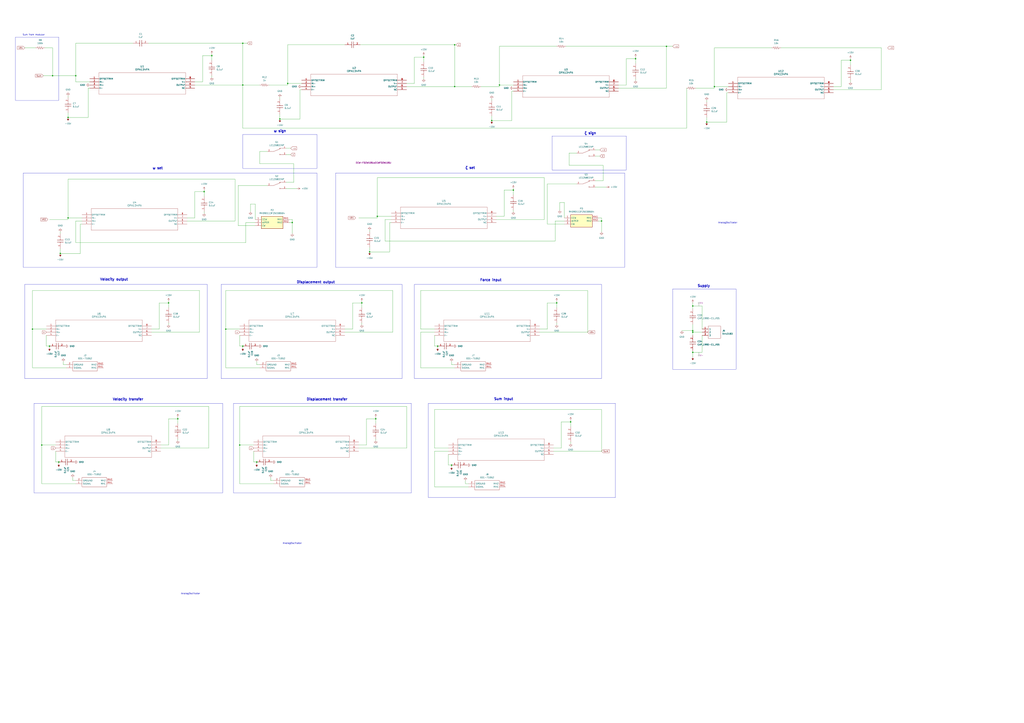
<source format=kicad_sch>
(kicad_sch (version 20250114) (generator "eeschema") (generator_version "9.0")
  (paper "A1")
  (rectangle (start 275.59 142.24) (end 513.08 219.71))
  (rectangle (start 12.7 30.48) (end 48.26 82.55))
  (rectangle (start 20.32 233.68) (end 170.18 311.15))
  (rectangle (start 351.79 331.47) (end 505.46 408.94))
  (rectangle (start 453.39 111.76) (end 514.35 139.7))
  (rectangle (start 181.61 233.68) (end 330.2 311.15))
  (rectangle (start 27.94 331.47) (end 182.88 405.13))
  (rectangle (start 191.77 331.47) (end 337.82 405.13))
  (rectangle (start 19.05 142.24) (end 260.35 219.71))
  (rectangle (start 199.39 110.49) (end 260.35 138.43))
  (rectangle (start 552.45 237.49) (end 604.52 303.53))
  (rectangle (start 340.36 233.68) (end 494.03 311.15))
  (text "ω sign" (at 224.79 108.966 0) (effects (font (size 2 2) (thickness 0.4) (bold yes)) (justify left bottom)))
  (text "Supply" (at 572.77 236.22 0) (effects (font (size 2 2) (thickness 0.4) (bold yes)) (justify left bottom)))
  (text "ζ sign\n" (at 479.806 110.744 0) (effects (font (size 2 2) (thickness 0.4) (bold yes)) (justify left bottom)))
  (text "Sum input" (at 405.638 329.184 0) (effects (font (size 2 2) (thickness 0.4) (bold yes)) (justify left bottom)))
  (text "AnalogOscillator" (at 597.662 183.134 0) (effects (font (size 1.27 1.27))))
  (text "Sum from modular" (at 27.686 28.702 0) (effects (font (size 1.27 1.27))))
  (text "AnalogOscillator" (at 156.464 487.934 0) (effects (font (size 1.27 1.27))))
  (text "Velocity output" (at 82.042 230.886 0) (effects (font (size 2 2) (thickness 0.4) (bold yes)) (justify left bottom)))
  (text "Force input" (at 394.208 231.394 0) (effects (font (size 2 2) (thickness 0.4) (bold yes)) (justify left bottom)))
  (text "ω set" (at 125.222 139.446 0) (effects (font (size 2 2) (thickness 0.4) (bold yes)) (justify left bottom)))
  (text "AnalogOscillator" (at 240.03 446.532 0) (effects (font (size 1.27 1.27))))
  (text "Velocity transfer\n" (at 92.456 329.438 0) (effects (font (size 2 2) (thickness 0.4) (bold yes)) (justify left bottom)))
  (text "Displacement output" (at 243.586 233.172 0) (effects (font (size 2 2) (thickness 0.4) (bold yes)) (justify left bottom)))
  (text "ζ set" (at 382.016 139.192 0) (effects (font (size 2 2) (thickness 0.4) (bold yes)) (justify left bottom)))
  (text "Displacement transfer\n" (at 251.714 329.438 0) (effects (font (size 2 2) (thickness 0.4) (bold yes)) (justify left bottom)))
  (junction (at 373.38 36.83))
  (junction (at 196.85 365.76))
  (junction (at 297.18 248.92))
  (junction (at 359.41 284.48))
  (junction (at 410.21 69.85))
  (junction (at 49.53 208.28))
  (junction (at 468.63 346.71))
  (junction (at 40.64 284.48))
  (junction (at 146.05 344.17))
  (junction (at 421.64 156.21))
  (junction (at 62.23 62.23))
  (junction (at 580.39 100.33))
  (junction (at 199.39 69.85))
  (junction (at 347.98 46.99))
  (junction (at 167.64 157.48))
  (junction (at 457.2 248.92))
  (junction (at 568.96 251.46))
  (junction (at 308.61 344.17))
  (junction (at 698.5 49.53))
  (junction (at 370.84 382.27))
  (junction (at 229.87 97.79))
  (junction (at 586.74 71.12))
  (junction (at 403.86 99.06))
  (junction (at 199.39 284.48))
  (junction (at 568.96 273.05))
  (junction (at 236.22 68.58))
  (junction (at 185.42 270.51))
  (junction (at 303.53 207.01))
  (junction (at 26.67 270.51))
  (junction (at 547.37 38.1))
  (junction (at 494.03 181.61))
  (junction (at 199.39 35.56))
  (junction (at 55.88 96.52))
  (junction (at 173.99 45.72))
  (junction (at 43.18 62.23))
  (junction (at 210.82 379.73))
  (junction (at 521.97 48.26))
  (junction (at 55.88 179.07))
  (junction (at 568.96 271.78))
  (junction (at 34.29 365.76))
  (junction (at 373.38 71.12))
  (junction (at 48.26 379.73))
  (junction (at 138.43 248.92))
  (junction (at 309.88 177.8))
  (junction (at 568.96 289.56))
  (junction (at 240.03 182.88))
  (wire (pts (xy 45.72 370.84) (xy 45.72 379.73)))
  (wire (pts (xy 289.56 270.51) (xy 289.56 248.92)))
  (wire (pts (xy 568.96 288.29) (xy 568.96 289.56)))
  (wire (pts (xy 199.39 284.48) (xy 199.39 285.75)))
  (wire (pts (xy 586.74 72.39) (xy 586.74 71.12)))
  (wire (pts (xy 586.74 39.37) (xy 586.74 71.12)))
  (wire (pts (xy 356.87 368.3) (xy 368.3 368.3)))
  (wire (pts (xy 160.02 157.48) (xy 167.64 157.48)))
  (wire (pts (xy 449.58 248.92) (xy 457.2 248.92)))
  (wire (pts (xy 491.49 181.61) (xy 494.03 181.61)))
  (wire (pts (xy 596.9 76.2) (xy 598.17 76.2)))
  (wire (pts (xy 138.43 247.65) (xy 138.43 248.92)))
  (wire (pts (xy 414.02 177.8) (xy 414.02 156.21)))
  (wire (pts (xy 568.96 266.7) (xy 568.96 271.78)))
  (wire (pts (xy 55.88 180.34) (xy 55.88 179.07)))
  (wire (pts (xy 368.3 373.38) (xy 368.3 382.27)))
  (wire (pts (xy 467.36 135.89) (xy 467.36 125.73)))
  (wire (pts (xy 467.36 125.73) (xy 473.71 125.73)))
  (wire (pts (xy 576.58 275.59) (xy 576.58 289.56)))
  (wire (pts (xy 491.49 179.07) (xy 494.03 179.07)))
  (wire (pts (xy 36.83 39.37) (xy 43.18 39.37)))
  (wire (pts (xy 195.58 152.4) (xy 219.71 152.4)))
  (wire (pts (xy 521.97 64.77) (xy 521.97 66.04)))
  (wire (pts (xy 308.61 360.68) (xy 308.61 361.95)))
  (wire (pts (xy 130.81 270.51) (xy 130.81 248.92)))
  (wire (pts (xy 167.64 157.48) (xy 167.64 161.29)))
  (wire (pts (xy 370.84 299.72) (xy 373.38 299.72)))
  (wire (pts (xy 340.36 68.58) (xy 334.01 68.58)))
  (wire (pts (xy 55.88 96.52) (xy 72.39 96.52)))
  (wire (pts (xy 468.63 363.22) (xy 468.63 364.49)))
  (wire (pts (xy 356.87 370.84) (xy 368.3 370.84)))
  (wire (pts (xy 347.98 45.72) (xy 347.98 46.99)))
  (wire (pts (xy 294.64 179.07) (xy 309.88 179.07)))
  (wire (pts (xy 420.37 74.93) (xy 421.64 74.93)))
  (wire (pts (xy 241.3 134.62) (xy 213.36 134.62)))
  (wire (pts (xy 547.37 38.1) (xy 552.45 38.1)))
  (wire (pts (xy 146.05 342.9) (xy 146.05 344.17)))
  (wire (pts (xy 59.69 392.43) (xy 59.69 394.97)))
  (wire (pts (xy 55.88 147.32) (xy 55.88 179.07)))
  (wire (pts (xy 580.39 96.52) (xy 580.39 100.33)))
  (wire (pts (xy 62.23 62.23) (xy 62.23 67.31)))
  (wire (pts (xy 138.43 365.76) (xy 138.43 344.17)))
  (wire (pts (xy 43.18 62.23) (xy 62.23 62.23)))
  (wire (pts (xy 167.64 173.99) (xy 167.64 175.26)))
  (wire (pts (xy 356.87 336.55) (xy 356.87 368.3)))
  (wire (pts (xy 370.84 297.18) (xy 370.84 299.72)))
  (wire (pts (xy 410.21 69.85) (xy 421.64 69.85)))
  (wire (pts (xy 160.02 179.07) (xy 160.02 157.48)))
  (wire (pts (xy 26.67 238.76) (xy 163.83 238.76)))
  (wire (pts (xy 289.56 270.51) (xy 283.21 270.51)))
  (wire (pts (xy 234.95 121.92) (xy 238.76 121.92)))
  (wire (pts (xy 345.44 302.26) (xy 373.38 302.26)))
  (wire (pts (xy 166.37 67.31) (xy 160.02 67.31)))
  (wire (pts (xy 213.36 134.62) (xy 213.36 124.46)))
  (wire (pts (xy 457.2 248.92) (xy 457.2 252.73)))
  (wire (pts (xy 316.23 180.34) (xy 321.31 180.34)))
  (wire (pts (xy 66.04 184.15) (xy 66.04 208.28)))
  (wire (pts (xy 345.44 238.76) (xy 482.6 238.76)))
  (wire (pts (xy 26.67 302.26) (xy 54.61 302.26)))
  (wire (pts (xy 521.97 48.26) (xy 521.97 52.07)))
  (wire (pts (xy 488.95 123.19) (xy 492.76 123.19)))
  (wire (pts (xy 449.58 270.51) (xy 449.58 248.92)))
  (wire (pts (xy 199.39 69.85) (xy 160.02 69.85)))
  (wire (pts (xy 723.9 73.66) (xy 684.53 73.66)))
  (wire (pts (xy 193.04 147.32) (xy 193.04 181.61)))
  (wire (pts (xy 340.36 46.99) (xy 347.98 46.99)))
  (wire (pts (xy 334.01 368.3) (xy 294.64 368.3)))
  (wire (pts (xy 596.9 76.2) (xy 596.9 100.33)))
  (wire (pts (xy 185.42 270.51) (xy 185.42 302.26)))
  (wire (pts (xy 482.6 238.76) (xy 482.6 273.05)))
  (wire (pts (xy 229.87 93.98) (xy 229.87 97.79)))
  (wire (pts (xy 55.88 179.07) (xy 67.31 179.07)))
  (wire (pts (xy 494.03 179.07) (xy 494.03 181.61)))
  (wire (pts (xy 49.53 204.47) (xy 49.53 208.28)))
  (wire (pts (xy 222.25 394.97) (xy 224.79 394.97)))
  (wire (pts (xy 26.67 238.76) (xy 26.67 270.51)))
  (wire (pts (xy 171.45 368.3) (xy 132.08 368.3)))
  (wire (pts (xy 488.95 128.27) (xy 492.76 128.27)))
  (wire (pts (xy 463.55 184.15) (xy 449.58 184.15)))
  (wire (pts (xy 641.35 39.37) (xy 723.9 39.37)))
  (wire (pts (xy 196.85 334.01) (xy 334.01 334.01)))
  (wire (pts (xy 370.84 382.27) (xy 370.84 383.54)))
  (wire (pts (xy 72.39 72.39) (xy 72.39 96.52)))
  (wire (pts (xy 568.96 289.56) (xy 568.96 293.37)))
  (wire (pts (xy 586.74 71.12) (xy 598.17 71.12)))
  (wire (pts (xy 300.99 344.17) (xy 308.61 344.17)))
  (wire (pts (xy 66.04 184.15) (xy 67.31 184.15)))
  (wire (pts (xy 373.38 36.83) (xy 373.38 71.12)))
  (wire (pts (xy 196.85 365.76) (xy 208.28 365.76)))
  (wire (pts (xy 382.27 397.51) (xy 384.81 397.51)))
  (wire (pts (xy 40.64 180.34) (xy 55.88 180.34)))
  (wire (pts (xy 421.64 172.72) (xy 421.64 173.99)))
  (wire (pts (xy 130.81 270.51) (xy 124.46 270.51)))
  (wire (pts (xy 320.04 182.88) (xy 320.04 207.01)))
  (wire (pts (xy 347.98 63.5) (xy 347.98 64.77)))
  (wire (pts (xy 322.58 273.05) (xy 283.21 273.05)))
  (wire (pts (xy 403.86 81.28) (xy 403.86 82.55)))
  (wire (pts (xy 196.85 365.76) (xy 196.85 397.51)))
  (wire (pts (xy 345.44 302.26) (xy 345.44 273.05)))
  (wire (pts (xy 222.25 392.43) (xy 222.25 394.97)))
  (wire (pts (xy 308.61 342.9) (xy 308.61 344.17)))
  (wire (pts (xy 514.35 69.85) (xy 514.35 48.26)))
  (wire (pts (xy 62.23 62.23) (xy 62.23 35.56)))
  (wire (pts (xy 236.22 36.83) (xy 283.21 36.83)))
  (wire (pts (xy 138.43 365.76) (xy 132.08 365.76)))
  (wire (pts (xy 571.5 72.39) (xy 586.74 72.39)))
  (wire (pts (xy 461.01 346.71) (xy 468.63 346.71)))
  (wire (pts (xy 495.3 135.89) (xy 495.3 148.59)))
  (wire (pts (xy 240.03 182.88) (xy 240.03 191.77)))
  (wire (pts (xy 201.93 182.88) (xy 209.55 182.88)))
  (wire (pts (xy 201.93 182.88) (xy 201.93 199.39)))
  (wire (pts (xy 560.07 271.78) (xy 568.96 271.78)))
  (wire (pts (xy 185.42 238.76) (xy 185.42 270.51)))
  (wire (pts (xy 308.61 344.17) (xy 308.61 347.98)))
  (wire (pts (xy 146.05 360.68) (xy 146.05 361.95)))
  (wire (pts (xy 55.88 92.71) (xy 55.88 96.52)))
  (wire (pts (xy 185.42 238.76) (xy 322.58 238.76)))
  (wire (pts (xy 303.53 207.01) (xy 320.04 207.01)))
  (wire (pts (xy 414.02 156.21) (xy 421.64 156.21)))
  (wire (pts (xy 370.84 382.27) (xy 368.3 382.27)))
  (wire (pts (xy 241.3 149.86) (xy 241.3 134.62)))
  (wire (pts (xy 196.85 334.01) (xy 196.85 365.76)))
  (wire (pts (xy 347.98 46.99) (xy 347.98 50.8)))
  (wire (pts (xy 482.6 273.05) (xy 443.23 273.05)))
  (wire (pts (xy 461.01 368.3) (xy 461.01 346.71)))
  (wire (pts (xy 34.29 365.76) (xy 34.29 397.51)))
  (wire (pts (xy 72.39 72.39) (xy 73.66 72.39)))
  (wire (pts (xy 403.86 95.25) (xy 403.86 99.06)))
  (wire (pts (xy 130.81 248.92) (xy 138.43 248.92)))
  (wire (pts (xy 410.21 38.1) (xy 410.21 69.85)))
  (wire (pts (xy 563.88 72.39) (xy 563.88 105.41)))
  (wire (pts (xy 167.64 156.21) (xy 167.64 157.48)))
  (wire (pts (xy 210.82 379.73) (xy 208.28 379.73)))
  (wire (pts (xy 410.21 38.1) (xy 457.2 38.1)))
  (wire (pts (xy 382.27 394.97) (xy 382.27 397.51)))
  (wire (pts (xy 193.04 181.61) (xy 153.67 181.61)))
  (wire (pts (xy 457.2 265.43) (xy 457.2 266.7)))
  (wire (pts (xy 237.49 180.34) (xy 240.03 180.34)))
  (wire (pts (xy 394.97 71.12) (xy 410.21 71.12)))
  (wire (pts (xy 359.41 284.48) (xy 359.41 285.75)))
  (wire (pts (xy 488.95 153.67) (xy 497.84 153.67)))
  (wire (pts (xy 580.39 82.55) (xy 580.39 83.82)))
  (wire (pts (xy 34.29 365.76) (xy 45.72 365.76)))
  (wire (pts (xy 210.82 299.72) (xy 213.36 299.72)))
  (wire (pts (xy 199.39 105.41) (xy 563.88 105.41)))
  (wire (pts (xy 43.18 39.37) (xy 43.18 62.23)))
  (wire (pts (xy 345.44 270.51) (xy 356.87 270.51)))
  (wire (pts (xy 547.37 72.39) (xy 508 72.39)))
  (wire (pts (xy 698.5 66.04) (xy 698.5 67.31)))
  (wire (pts (xy 40.64 284.48) (xy 38.1 284.48)))
  (wire (pts (xy 220.98 69.85) (xy 236.22 69.85)))
  (wire (pts (xy 236.22 68.58) (xy 247.65 68.58)))
  (wire (pts (xy 34.29 334.01) (xy 34.29 365.76)))
  (wire (pts (xy 723.9 39.37) (xy 723.9 73.66)))
  (wire (pts (xy 447.04 180.34) (xy 407.67 180.34)))
  (wire (pts (xy 421.64 156.21) (xy 421.64 160.02)))
  (wire (pts (xy 303.53 189.23) (xy 303.53 190.5)))
  (wire (pts (xy 59.69 394.97) (xy 62.23 394.97)))
  (wire (pts (xy 421.64 154.94) (xy 421.64 156.21)))
  (wire (pts (xy 62.23 199.39) (xy 62.23 181.61)))
  (wire (pts (xy 457.2 247.65) (xy 457.2 248.92)))
  (wire (pts (xy 163.83 273.05) (xy 124.46 273.05)))
  (wire (pts (xy 199.39 284.48) (xy 196.85 284.48)))
  (wire (pts (xy 576.58 270.51) (xy 576.58 251.46)))
  (wire (pts (xy 309.88 146.05) (xy 309.88 177.8)))
  (wire (pts (xy 494.03 336.55) (xy 494.03 370.84)))
  (wire (pts (xy 185.42 302.26) (xy 213.36 302.26)))
  (wire (pts (xy 234.95 154.94) (xy 243.84 154.94)))
  (wire (pts (xy 48.26 379.73) (xy 45.72 379.73)))
  (wire (pts (xy 488.95 148.59) (xy 495.3 148.59)))
  (wire (pts (xy 48.26 379.73) (xy 48.26 381)))
  (wire (pts (xy 138.43 248.92) (xy 138.43 252.73)))
  (wire (pts (xy 455.93 198.12) (xy 316.23 198.12)))
  (wire (pts (xy 568.96 251.46) (xy 568.96 254)))
  (wire (pts (xy 208.28 370.84) (xy 208.28 379.73)))
  (wire (pts (xy 121.92 35.56) (xy 199.39 35.56)))
  (wire (pts (xy 196.85 275.59) (xy 196.85 284.48)))
  (wire (pts (xy 468.63 345.44) (xy 468.63 346.71)))
  (wire (pts (xy 420.37 74.93) (xy 420.37 99.06)))
  (wire (pts (xy 297.18 248.92) (xy 297.18 252.73)))
  (wire (pts (xy 173.99 44.45) (xy 173.99 45.72)))
  (wire (pts (xy 209.55 167.64) (xy 209.55 180.34)))
  (wire (pts (xy 229.87 80.01) (xy 229.87 81.28)))
  (wire (pts (xy 163.83 238.76) (xy 163.83 273.05)))
  (wire (pts (xy 690.88 71.12) (xy 690.88 49.53)))
  (wire (pts (xy 26.67 270.51) (xy 26.67 302.26)))
  (wire (pts (xy 62.23 67.31) (xy 73.66 67.31)))
  (wire (pts (xy 309.88 179.07) (xy 309.88 177.8)))
  (wire (pts (xy 49.53 208.28) (xy 66.04 208.28)))
  (wire (pts (xy 173.99 62.23) (xy 173.99 63.5)))
  (wire (pts (xy 547.37 38.1) (xy 547.37 72.39)))
  (wire (pts (xy 461.01 368.3) (xy 454.66 368.3)))
  (wire (pts (xy 52.07 297.18) (xy 52.07 299.72)))
  (wire (pts (xy 698.5 49.53) (xy 698.5 53.34)))
  (wire (pts (xy 521.97 46.99) (xy 521.97 48.26)))
  (wire (pts (xy 138.43 265.43) (xy 138.43 266.7)))
  (wire (pts (xy 240.03 180.34) (xy 240.03 182.88)))
  (wire (pts (xy 334.01 334.01) (xy 334.01 368.3)))
  (wire (pts (xy 289.56 248.92) (xy 297.18 248.92)))
  (wire (pts (xy 690.88 49.53) (xy 698.5 49.53)))
  (wire (pts (xy 495.3 135.89) (xy 467.36 135.89)))
  (wire (pts (xy 40.64 284.48) (xy 40.64 285.75)))
  (wire (pts (xy 297.18 247.65) (xy 297.18 248.92)))
  (wire (pts (xy 236.22 36.83) (xy 236.22 68.58)))
  (wire (pts (xy 316.23 198.12) (xy 316.23 180.34)))
  (wire (pts (xy 297.18 265.43) (xy 297.18 266.7)))
  (wire (pts (xy 49.53 190.5) (xy 49.53 191.77)))
  (wire (pts (xy 300.99 365.76) (xy 300.99 344.17)))
  (wire (pts (xy 210.82 379.73) (xy 210.82 381)))
  (wire (pts (xy 514.35 48.26) (xy 521.97 48.26)))
  (wire (pts (xy 246.38 73.66) (xy 247.65 73.66)))
  (wire (pts (xy 55.88 147.32) (xy 193.04 147.32)))
  (wire (pts (xy 345.44 273.05) (xy 356.87 273.05)))
  (wire (pts (xy 199.39 69.85) (xy 199.39 105.41)))
  (wire (pts (xy 586.74 39.37) (xy 633.73 39.37)))
  (wire (pts (xy 138.43 344.17) (xy 146.05 344.17)))
  (wire (pts (xy 356.87 336.55) (xy 494.03 336.55)))
  (wire (pts (xy 514.35 69.85) (xy 508 69.85)))
  (wire (pts (xy 295.91 36.83) (xy 373.38 36.83)))
  (wire (pts (xy 468.63 346.71) (xy 468.63 350.52)))
  (wire (pts (xy 410.21 71.12) (xy 410.21 69.85)))
  (wire (pts (xy 229.87 97.79) (xy 246.38 97.79)))
  (wire (pts (xy 345.44 238.76) (xy 345.44 270.51)))
  (wire (pts (xy 459.74 166.37) (xy 459.74 172.72)))
  (wire (pts (xy 166.37 67.31) (xy 166.37 45.72)))
  (wire (pts (xy 303.53 203.2) (xy 303.53 207.01)))
  (wire (pts (xy 455.93 181.61) (xy 463.55 181.61)))
  (wire (pts (xy 576.58 273.05) (xy 568.96 273.05)))
  (wire (pts (xy 356.87 400.05) (xy 384.81 400.05)))
  (wire (pts (xy 26.67 270.51) (xy 38.1 270.51)))
  (wire (pts (xy 201.93 199.39) (xy 62.23 199.39)))
  (wire (pts (xy 300.99 365.76) (xy 294.64 365.76)))
  (wire (pts (xy 356.87 400.05) (xy 356.87 370.84)))
  (wire (pts (xy 210.82 297.18) (xy 210.82 299.72)))
  (wire (pts (xy 494.03 370.84) (xy 454.66 370.84)))
  (wire (pts (xy 568.96 273.05) (xy 568.96 275.59)))
  (wire (pts (xy 246.38 73.66) (xy 246.38 97.79)))
  (wire (pts (xy 205.74 167.64) (xy 205.74 173.99)))
  (wire (pts (xy 20.32 39.37) (xy 29.21 39.37)))
  (wire (pts (xy 309.88 146.05) (xy 447.04 146.05)))
  (wire (pts (xy 494.03 181.61) (xy 494.03 190.5)))
  (wire (pts (xy 234.95 127) (xy 238.76 127)))
  (wire (pts (xy 35.56 62.23) (xy 43.18 62.23)))
  (wire (pts (xy 320.04 182.88) (xy 321.31 182.88)))
  (wire (pts (xy 414.02 177.8) (xy 407.67 177.8)))
  (wire (pts (xy 373.38 71.12) (xy 387.35 71.12)))
  (wire (pts (xy 576.58 251.46) (xy 568.96 251.46)))
  (wire (pts (xy 171.45 334.01) (xy 171.45 368.3)))
  (wire (pts (xy 195.58 185.42) (xy 195.58 152.4)))
  (wire (pts (xy 690.88 71.12) (xy 684.53 71.12)))
  (wire (pts (xy 34.29 397.51) (xy 62.23 397.51)))
  (wire (pts (xy 236.22 69.85) (xy 236.22 68.58)))
  (wire (pts (xy 38.1 275.59) (xy 38.1 284.48)))
  (wire (pts (xy 459.74 166.37) (xy 463.55 166.37)))
  (wire (pts (xy 464.82 38.1) (xy 547.37 38.1)))
  (wire (pts (xy 199.39 69.85) (xy 213.36 69.85)))
  (wire (pts (xy 199.39 35.56) (xy 199.39 69.85)))
  (wire (pts (xy 62.23 181.61) (xy 67.31 181.61)))
  (wire (pts (xy 34.29 334.01) (xy 171.45 334.01)))
  (wire (pts (xy 185.42 270.51) (xy 196.85 270.51)))
  (wire (pts (xy 373.38 71.12) (xy 334.01 71.12)))
  (wire (pts (xy 455.93 181.61) (xy 455.93 198.12)))
  (wire (pts (xy 196.85 397.51) (xy 224.79 397.51)))
  (wire (pts (xy 403.86 99.06) (xy 420.37 99.06)))
  (wire (pts (xy 568.96 248.92) (xy 568.96 251.46)))
  (wire (pts (xy 449.58 270.51) (xy 443.23 270.51)))
  (wire (pts (xy 449.58 184.15) (xy 449.58 151.13)))
  (wire (pts (xy 359.41 284.48) (xy 356.87 284.48)))
  (wire (pts (xy 356.87 275.59) (xy 356.87 284.48)))
  (wire (pts (xy 146.05 344.17) (xy 146.05 347.98)))
  (wire (pts (xy 237.49 182.88) (xy 240.03 182.88)))
  (wire (pts (xy 62.23 35.56) (xy 109.22 35.56)))
  (wire (pts (xy 322.58 238.76) (xy 322.58 273.05)))
  (wire (pts (xy 199.39 35.56) (xy 203.2 35.56)))
  (wire (pts (xy 309.88 177.8) (xy 321.31 177.8)))
  (wire (pts (xy 580.39 100.33) (xy 596.9 100.33)))
  (wire (pts (xy 166.37 45.72) (xy 173.99 45.72)))
  (wire (pts (xy 209.55 185.42) (xy 195.58 185.42)))
  (wire (pts (xy 173.99 45.72) (xy 173.99 49.53)))
  (wire (pts (xy 568.96 271.78) (xy 568.96 273.05)))
  (wire (pts (xy 160.02 179.07) (xy 153.67 179.07)))
  (wire (pts (xy 205.74 167.64) (xy 209.55 167.64)))
  (wire (pts (xy 52.07 299.72) (xy 54.61 299.72)))
  (wire (pts (xy 449.58 151.13) (xy 473.71 151.13)))
  (wire (pts (xy 213.36 124.46) (xy 219.71 124.46)))
  (wire (pts (xy 373.38 36.83) (xy 374.65 36.83)))
  (wire (pts (xy 55.88 78.74) (xy 55.88 80.01)))
  (wire (pts (xy 576.58 289.56) (xy 568.96 289.56)))
  (wire (pts (xy 340.36 68.58) (xy 340.36 46.99)))
  (wire (pts (xy 234.95 149.86) (xy 241.3 149.86)))
  (wire (pts (xy 447.04 146.05) (xy 447.04 180.34)))
  (wire (pts (xy 463.55 166.37) (xy 463.55 179.07)))
  (wire (pts (xy 698.5 48.26) (xy 698.5 49.53)))
  (global_label "V" (shape input) (at 492.76 128.27 0) (property "Intersheetrefs" "${INTERSHEET_REFS}" (effects (hide yes))))
  (global_label "-x" (shape input) (at 552.45 38.1 0) (property "Intersheetrefs" "${INTERSHEET_REFS}" (effects (hide yes))))
  (global_label "V" (shape input) (at 38.1 273.05 180) (property "Intersheetrefs" "${INTERSHEET_REFS}" (effects (hide yes))))
  (global_label "VR4" (shape input) (at 20.32 39.37 180) (property "Intersheetrefs" "${INTERSHEET_REFS}" (effects (hide yes))))
  (global_label "-V" (shape input) (at 728.98 39.37 0) (property "Intersheetrefs" "${INTERSHEET_REFS}" (effects (hide yes))))
  (global_label "x" (shape input) (at 208.28 368.3 180) (property "Intersheetrefs" "${INTERSHEET_REFS}" (effects (hide yes))))
  (global_label "V" (shape input) (at 45.72 368.3 180) (property "Intersheetrefs" "${INTERSHEET_REFS}" (effects (hide yes))))
  (global_label "x" (shape input) (at 374.65 36.83 0) (property "Intersheetrefs" "${INTERSHEET_REFS}" (effects (hide yes))))
  (global_label "x" (shape input) (at 196.85 273.05 180) (property "Intersheetrefs" "${INTERSHEET_REFS}" (effects (hide yes))))
  (global_label "VR1" (shape input) (at 292.1 179.07 180) (property "Intersheetrefs" "${INTERSHEET_REFS}" (effects (hide yes))))
  (global_label "VR4" (shape input) (at 482.6 273.05 0) (property "Intersheetrefs" "${INTERSHEET_REFS}" (effects (hide yes))))
  (global_label "Sum" (shape input) (at 494.03 370.84 0) (property "Intersheetrefs" "${INTERSHEET_REFS}" (effects (hide yes))))
  (global_label "-x" (shape input) (at 238.76 121.92 0) (property "Intersheetrefs" "${INTERSHEET_REFS}" (effects (hide yes))))
  (global_label "Sum" (shape input) (at 35.56 62.23 180) (property "Intersheetrefs" "${INTERSHEET_REFS}" (effects (hide yes))))
  (global_label "x" (shape input) (at 238.76 127 0) (property "Intersheetrefs" "${INTERSHEET_REFS}" (effects (hide yes))))
  (global_label "-V" (shape input) (at 492.76 123.19 0) (property "Intersheetrefs" "${INTERSHEET_REFS}" (effects (hide yes))))
  (global_label "V" (shape input) (at 203.2 35.56 0) (property "Intersheetrefs" "${INTERSHEET_REFS}" (effects (hide yes))))
  (global_label "VR2" (shape input) (at 39.37 180.34 180) (property "Intersheetrefs" "${INTERSHEET_REFS}" (effects (hide yes))))
  (netclass_flag "" (length 2.54) (shape round) (at 574.04 251.46 0) (property "Netclass" "V+" (at 574.7385 248.92 0) (effects (font (italic yes)) (justify left))))
  (netclass_flag "" (length 2.54) (shape round) (at 574.04 289.56 180) (property "Netclass" "V-" (at 574.7385 292.1 0) (effects (font (italic yes)) (justify left))))
  (symbol (lib_id "power:GND") (at 468.63 364.49 0) (unit 1)
    (property "Reference" "#PWR074" (effects (hide yes)))
    (property "Value" "GND" (at 468.63 369.57 0))
  )
  (symbol (lib_id "LC1258EENP:LC1258EENP") (at 481.33 125.73 0) (unit 1)
    (property "Reference" "S4" (at 481.33 118.11 0))
    (property "Value" "LC1258EENP" (at 481.33 120.65 0))
    (property "Footprint" "LC1258EENP:SW_LC1258EENP" (effects (hide yes)))
    (property "PARTREV" "C" (effects (hide yes)))
    (property "SNAPEDA_PN" "LC1258EENP" (effects (hide yes)))
    (property "STANDARD" "Manufacturer Recommendations" (effects (hide yes)))
    (property "MAXIMUM_PACKAGE_HEIGHT" "8.3 mm" (effects (hide yes)))
    (property "MANUFACTURER" "E-Switch" (effects (hide yes)))
  )
  (symbol (lib_id "power:GND") (at 383.54 382.27 90) (unit 1)
    (property "Reference" "#PWR073" (effects (hide yes)))
    (property "Value" "GND" (at 387.35 382.2699 90) (effects (justify right)))
  )
  (symbol (lib_id "power:+15V") (at 243.84 154.94 270) (unit 1)
    (property "Reference" "#PWR060" (effects (hide yes)))
    (property "Value" "+15V" (at 247.65 154.9399 90) (effects (justify left)))
  )
  (symbol (lib_id "2025-12-18_09-12-02:OPA134PA") (at 73.66 64.77 0) (unit 1)
    (property "Reference" "U1" (at 116.84 54.61 0) (effects (font (size 1.524 1.524))))
    (property "Value" "OPA134PA" (at 116.84 57.15 0) (effects (font (size 1.524 1.524))))
    (property "Footprint" "OPA134:P8" (effects (hide yes)))
    (property "Datasheet" "https://www.ti.com/lit/gpn/opa134" (effects (hide yes)))
  )
  (symbol (lib_id "power:+15V") (at 146.05 342.9 0) (unit 1)
    (property "Reference" "#PWR015" (effects (hide yes)))
    (property "Value" "+15V" (at 146.05 337.82 0))
  )
  (symbol (lib_id "2025-12-18_09-12-02:OPA134PA") (at 196.85 267.97 0) (unit 1)
    (property "Reference" "U7" (at 240.03 257.81 0) (effects (font (size 1.524 1.524))))
    (property "Value" "OPA134PA" (at 240.03 260.35 0) (effects (font (size 1.524 1.524))))
    (property "Footprint" "OPA134:P8" (effects (hide yes)))
    (property "Datasheet" "https://www.ti.com/lit/gpn/opa134" (effects (hide yes)))
  )
  (symbol (lib_id "ECW-FD2W105J:ECW-FD2W105J") (at 40.64 284.48 0) (unit 1)
    (property "Reference" "C17" (at 48.2601 288.29 90) (effects (justify right)))
    (property "Value" "0.1uF" (at 45.7201 288.29 90) (effects (justify right)))
    (property "Footprint" "Capacitor_THT:C_Rect_L13.0mm_W6.5mm_P7.50mm_P10.00mm" (effects (hide yes)))
  )
  (symbol (lib_id "power:-15V") (at 568.96 293.37 180) (unit 1)
    (property "Reference" "#PWR058" (effects (hide yes)))
    (property "Value" "-15V" (at 568.96 298.45 0))
  )
  (symbol (lib_id "ECW-FD2W105J:ECW-FD2W105J") (at 297.18 265.43 90) (unit 1)
    (property "Reference" "C20" (at 300.99 257.8099 90) (effects (justify right)))
    (property "Value" "0.1uF" (at 300.99 260.3499 90) (effects (justify right)))
    (property "Footprint" "Capacitor_THT:C_Rect_L13.0mm_W6.5mm_P7.50mm_P10.00mm" (effects (hide yes)))
  )
  (symbol (lib_id "2025-12-18_09-12-02:OPA134PA") (at 38.1 267.97 0) (unit 1)
    (property "Reference" "U6" (at 81.28 257.81 0) (effects (font (size 1.524 1.524))))
    (property "Value" "OPA134PA" (at 81.28 260.35 0) (effects (font (size 1.524 1.524))))
    (property "Footprint" "OPA134:P8" (effects (hide yes)))
    (property "Datasheet" "https://www.ti.com/lit/gpn/opa134" (effects (hide yes)))
  )
  (symbol (lib_id "RK09D113F25C0B504:RK09D113F25C0B504") (at 209.55 180.34 0) (unit 1)
    (property "Reference" "P2" (at 223.52 172.72 0))
    (property "Value" "RK09D113F25C0B504" (at 223.52 175.26 0))
    (property "Footprint" "LIB_RK09D113F25C0B504:RK09D113F25C0B504" (effects (hide yes)))
    (property "Datasheet" "https://www.google.com/url?sa=t&rct=j&q=&esrc=s&source=web&cd=&ved=2ahUKEwjZ4p3nqJP2AhUPHxoKHa9WDbsQFnoECAkQAQ&url=https%3A%2F%2Ftech.alpsalpine.com%2Fprod%2Fe%2Fpdf%2Fpotentiometer%2Frotarypotentiometers%2Frk09k%2Frk09k.pdf&usg=AOvVaw1V8Li5X_BevBLehA-3mp" (effects (hide yes)))
    (property "Height" "25" (effects (hide yes)))
    (property "Mouser Part Number" "688-RK09D113F25-500K" (effects (hide yes)))
    (property "Mouser Price/Stock" "https://www.mouser.co.uk/ProductDetail/Alps-Alpine/RK09D113F25C0B504?qs=7Sb4WzetO8%252B4m0Y%252B8hcNJw%3D%3D" (effects (hide yes)))
    (property "Manufacturer_Name" "ALPS Electric" (effects (hide yes)))
    (property "Manufacturer_Part_Number" "RK09D113F25C0B504" (effects (hide yes)))
  )
  (symbol (lib_id "power:GND") (at 297.18 266.7 0) (unit 1)
    (property "Reference" "#PWR053" (effects (hide yes)))
    (property "Value" "GND" (at 297.18 271.78 0))
  )
  (symbol (lib_id "ECW-FD2W105J:ECW-FD2W105J") (at 421.64 172.72 90) (unit 1)
    (property "Reference" "C16" (at 425.45 165.0999 90) (effects (justify right)))
    (property "Value" "0.1uF" (at 425.45 167.6399 90) (effects (justify right)))
    (property "Footprint" "Capacitor_THT:C_Rect_L13.0mm_W6.5mm_P7.50mm_P10.00mm" (effects (hide yes)))
  )
  (symbol (lib_id "power:GND") (at 521.97 66.04 0) (unit 1)
    (property "Reference" "#PWR049" (effects (hide yes)))
    (property "Value" "GND" (at 521.97 71.12 0))
  )
  (symbol (lib_id "power:-15V") (at 359.41 285.75 180) (unit 1)
    (property "Reference" "#PWR062" (effects (hide yes)))
    (property "Value" "-15V" (at 359.41 290.83 0))
  )
  (symbol (lib_id "power:GND") (at 55.88 78.74 180) (unit 1)
    (property "Reference" "#PWR025" (effects (hide yes)))
    (property "Value" "GND" (at 55.88 73.66 0))
  )
  (symbol (lib_id "power:GND") (at 210.82 297.18 180) (unit 1)
    (property "Reference" "#PWR033" (effects (hide yes)))
    (property "Value" "GND" (at 210.82 292.1 0))
  )
  (symbol (lib_id "power:GND") (at 173.99 63.5 0) (unit 1)
    (property "Reference" "#PWR047" (effects (hide yes)))
    (property "Value" "GND" (at 173.99 68.58 0))
  )
  (symbol (lib_id "031-71052:031-71052") (at 62.23 394.97 0) (unit 1)
    (property "Reference" "J4" (at 77.47 387.35 0))
    (property "Value" "031-71052" (at 77.47 389.89 0))
    (property "Footprint" "031-71052:03171052" (effects (hide yes)))
    (property "Datasheet" "https://www.amphenolrf.com/library/download/link/link_id/594157/parent/031-71052/" (effects (hide yes)))
    (property "Description" "BNC Right Angle PCB Jack Through Hole Bulkhead Rear Mount 75 Ohm Isolated" (effects (hide yes)))
    (property "Height" "13.4" (effects (hide yes)))
    (property "Manufacturer_Name" "Amphenol" (effects (hide yes)))
    (property "Manufacturer_Part_Number" "031-71052" (effects (hide yes)))
  )
  (symbol (lib_id "LC1258EENP:LC1258EENP") (at 481.33 151.13 0) (unit 1)
    (property "Reference" "S3" (at 481.33 143.51 0))
    (property "Value" "LC1258EENP" (at 481.33 146.05 0))
    (property "Footprint" "LC1258EENP:SW_LC1258EENP" (effects (hide yes)))
    (property "PARTREV" "C" (effects (hide yes)))
    (property "SNAPEDA_PN" "LC1258EENP" (effects (hide yes)))
    (property "STANDARD" "Manufacturer Recommendations" (effects (hide yes)))
    (property "MAXIMUM_PACKAGE_HEIGHT" "8.3 mm" (effects (hide yes)))
    (property "MANUFACTURER" "E-Switch" (effects (hide yes)))
  )
  (symbol (lib_id "ECW-FD2W105J:ECW-FD2W105J") (at 521.97 64.77 90) (unit 1)
    (property "Reference" "C12" (at 525.78 57.1499 90) (effects (justify right)))
    (property "Value" "0.1uF" (at 525.78 59.6899 90) (effects (justify right)))
    (property "Footprint" "Capacitor_THT:C_Rect_L13.0mm_W6.5mm_P7.50mm_P10.00mm" (effects (hide yes)))
  )
  (symbol (lib_id "ECW-FD2W105J:ECW-FD2W105J") (at 48.26 379.73 0) (unit 1)
    (property "Reference" "C21" (at 55.8801 383.54 90) (effects (justify right)))
    (property "Value" "0.1uF" (at 53.3401 383.54 90) (effects (justify right)))
    (property "Footprint" "Capacitor_THT:C_Rect_L13.0mm_W6.5mm_P7.50mm_P10.00mm" (effects (hide yes)))
  )
  (symbol (lib_id "power:GND") (at 494.03 190.5 0) (unit 1)
    (property "Reference" "#PWR065" (effects (hide yes)))
    (property "Value" "GND" (at 494.03 195.58 0))
  )
  (symbol (lib_id "power:-15V") (at 580.39 100.33 180) (unit 1)
    (property "Reference" "#PWR069" (effects (hide yes)))
    (property "Value" "-15V" (at 580.39 105.41 0))
  )
  (symbol (lib_id "power:-15V") (at 303.53 207.01 180) (unit 1)
    (property "Reference" "#PWR040" (effects (hide yes)))
    (property "Value" "-15V" (at 303.53 212.09 0))
  )
  (symbol (lib_id "power:+15V") (at 497.84 153.67 270) (unit 1)
    (property "Reference" "#PWR061" (effects (hide yes)))
    (property "Value" "+15V" (at 501.65 153.6699 90) (effects (justify left)))
  )
  (symbol (lib_id "power:GND") (at 698.5 67.31 0) (unit 1)
    (property "Reference" "#PWR070" (effects (hide yes)))
    (property "Value" "GND" (at 698.5 72.39 0))
  )
  (symbol (lib_id "power:+15V") (at 568.96 248.92 0) (unit 1)
    (property "Reference" "#PWR056" (effects (hide yes)))
    (property "Value" "+15V" (at 568.96 243.84 0))
  )
  (symbol (lib_id "ECW-FD2W105J:ECW-FD2W105J") (at 283.21 36.83 0) (unit 1)
    (property "Reference" "C2" (at 289.56 29.21 0))
    (property "Value" "1uF" (at 289.56 31.75 0))
    (property "Footprint" "ECW-FD2W105J:ECWFD2W105J" (at 292.1 133.02 0) (effects (justify left top)))
    (property "Datasheet" "https://industrial.panasonic.com/cdbs/www-data/pdf/RDI0000/ABD0000C255.pdf" (effects (hide yes)))
    (property "Height" "11" (effects (hide yes)))
    (property "Mouser Part Number" "667-ECW-FD2W105J" (effects (hide yes)))
    (property "Mouser Price/Stock" "https://www.mouser.co.uk/ProductDetail/Panasonic/ECW-FD2W105J?qs=qeco7YeAuFAUNtGajKW2fQ%3D%3D" (effects (hide yes)))
    (property "Manufacturer_Name" "Panasonic" (effects (hide yes)))
    (property "Manufacturer_Part_Number" "ECW-FD2W105J" (effects (hide yes)))
  )
  (symbol (lib_id "power:-15V") (at 403.86 99.06 180) (unit 1)
    (property "Reference" "#PWR038" (effects (hide yes)))
    (property "Value" "-15V" (at 403.86 104.14 0))
  )
  (symbol (lib_name "GND_1") (lib_id "power:GND") (at 598.17 73.66 270) (unit 1)
    (property "Reference" "#PWR04" (effects (hide yes)))
    (property "Value" "GND" (at 594.36 73.6599 90) (effects (justify right)))
    (property "Description" "Power symbol creates a global label with name \"GND\" , ground" (effects (hide yes)))
  )
  (symbol (lib_id "ECW-FD2W105J:ECW-FD2W105J") (at 303.53 203.2 90) (unit 1)
    (property "Reference" "C15" (at 307.34 195.5799 90) (effects (justify right)))
    (property "Value" "0.1uF" (at 307.34 198.1199 90) (effects (justify right)))
    (property "Footprint" "Capacitor_THT:C_Rect_L13.0mm_W6.5mm_P7.50mm_P10.00mm" (effects (hide yes)))
  )
  (symbol (lib_id "ECW-FD2W105J:ECW-FD2W105J") (at 210.82 379.73 0) (unit 1)
    (property "Reference" "C23" (at 218.4401 383.54 90) (effects (justify right)))
    (property "Value" "0.1uF" (at 215.9001 383.54 90) (effects (justify right)))
    (property "Footprint" "Capacitor_THT:C_Rect_L13.0mm_W6.5mm_P7.50mm_P10.00mm" (effects (hide yes)))
  )
  (symbol (lib_id "031-71052:031-71052") (at 373.38 299.72 0) (unit 1)
    (property "Reference" "J7" (at 388.62 292.1 0))
    (property "Value" "031-71052" (at 388.62 294.64 0))
    (property "Footprint" "031-71052:03171052" (effects (hide yes)))
    (property "Datasheet" "https://www.amphenolrf.com/library/download/link/link_id/594157/parent/031-71052/" (effects (hide yes)))
    (property "Description" "BNC Right Angle PCB Jack Through Hole Bulkhead Rear Mount 75 Ohm Isolated" (effects (hide yes)))
    (property "Height" "13.4" (effects (hide yes)))
    (property "Manufacturer_Name" "Amphenol" (effects (hide yes)))
    (property "Manufacturer_Part_Number" "031-71052" (effects (hide yes)))
  )
  (symbol (lib_id "ECW-FD2W105J:ECW-FD2W105J") (at 55.88 92.71 90) (unit 1)
    (property "Reference" "C7" (at 59.69 85.0899 90) (effects (justify right)))
    (property "Value" "0.1uF" (at 59.69 87.6299 90) (effects (justify right)))
    (property "Footprint" "Capacitor_THT:C_Rect_L13.0mm_W6.5mm_P7.50mm_P10.00mm" (effects (hide yes)))
  )
  (symbol (lib_id "ECW-FD2W105J:ECW-FD2W105J") (at 359.41 284.48 0) (unit 1)
    (property "Reference" "C27" (at 367.0301 288.29 90) (effects (justify right)))
    (property "Value" "0.1uF" (at 364.4901 288.29 90) (effects (justify right)))
    (property "Footprint" "Capacitor_THT:C_Rect_L13.0mm_W6.5mm_P7.50mm_P10.00mm" (effects (hide yes)))
  )
  (symbol (lib_id "power:+15V") (at 138.43 247.65 0) (unit 1)
    (property "Reference" "#PWR013" (effects (hide yes)))
    (property "Value" "+15V" (at 138.43 242.57 0))
  )
  (symbol (lib_id "LC1258EENP:LC1258EENP") (at 227.33 124.46 0) (unit 1)
    (property "Reference" "S1" (at 227.33 116.84 0))
    (property "Value" "LC1258EENP" (at 227.33 119.38 0))
    (property "Footprint" "LC1258EENP:SW_LC1258EENP" (effects (hide yes)))
    (property "PARTREV" "C" (effects (hide yes)))
    (property "SNAPEDA_PN" "LC1258EENP" (effects (hide yes)))
    (property "STANDARD" "Manufacturer Recommendations" (effects (hide yes)))
    (property "MAXIMUM_PACKAGE_HEIGHT" "8.3 mm" (effects (hide yes)))
    (property "MANUFACTURER" "E-Switch" (effects (hide yes)))
  )
  (symbol (lib_id "power:+15V") (at 521.97 46.99 0) (unit 1)
    (property "Reference" "#PWR010" (effects (hide yes)))
    (property "Value" "+15V" (at 521.97 41.91 0))
  )
  (symbol (lib_id "power:+15V") (at 421.64 154.94 0) (unit 1)
    (property "Reference" "#PWR012" (effects (hide yes)))
    (property "Value" "+15V" (at 421.64 149.86 0))
  )
  (symbol (lib_id "2025-12-18_09-12-02:OPA134PA") (at 45.72 363.22 0) (unit 1)
    (property "Reference" "U8" (at 88.9 353.06 0) (effects (font (size 1.524 1.524))))
    (property "Value" "OPA134PA" (at 88.9 355.6 0) (effects (font (size 1.524 1.524))))
    (property "Footprint" "OPA134:P8" (effects (hide yes)))
    (property "Datasheet" "https://www.ti.com/lit/gpn/opa134" (effects (hide yes)))
  )
  (symbol (lib_id "power:GND") (at 59.69 392.43 180) (unit 1)
    (property "Reference" "#PWR034" (effects (hide yes)))
    (property "Value" "GND" (at 59.69 387.35 0))
  )
  (symbol (lib_id "power:GND") (at 308.61 361.95 0) (unit 1)
    (property "Reference" "#PWR055" (effects (hide yes)))
    (property "Value" "GND" (at 308.61 367.03 0))
  )
  (symbol (lib_id "power:GND") (at 240.03 191.77 0) (unit 1)
    (property "Reference" "#PWR064" (effects (hide yes)))
    (property "Value" "GND" (at 240.03 196.85 0))
  )
  (symbol (lib_name "GND_1") (lib_id "power:GND") (at 421.64 72.39 270) (unit 1)
    (property "Reference" "#PWR03" (effects (hide yes)))
    (property "Value" "GND" (at 417.83 72.3899 90) (effects (justify right)))
    (property "Description" "Power symbol creates a global label with name \"GND\" , ground" (effects (hide yes)))
  )
  (symbol (lib_id "ECW-FD2W105J:ECW-FD2W105J") (at 347.98 63.5 90) (unit 1)
    (property "Reference" "C10" (at 351.79 55.8799 90) (effects (justify right)))
    (property "Value" "0.1uF" (at 351.79 58.4199 90) (effects (justify right)))
    (property "Footprint" "Capacitor_THT:C_Rect_L13.0mm_W6.5mm_P7.50mm_P10.00mm" (effects (hide yes)))
  )
  (symbol (lib_id "2025-12-18_09-12-02:OPA134PA") (at 598.17 68.58 0) (unit 1)
    (property "Reference" "U12" (at 641.35 58.42 0) (effects (font (size 1.524 1.524))))
    (property "Value" "OPA134PA" (at 641.35 60.96 0) (effects (font (size 1.524 1.524))))
    (property "Footprint" "OPA134:P8" (effects (hide yes)))
    (property "Datasheet" "https://www.ti.com/lit/gpn/opa134" (effects (hide yes)))
  )
  (symbol (lib_id "power:+15V") (at 173.99 44.45 0) (unit 1)
    (property "Reference" "#PWR08" (effects (hide yes)))
    (property "Value" "+15V" (at 173.99 39.37 0))
  )
  (symbol (lib_id "power:+15V") (at 347.98 45.72 0) (unit 1)
    (property "Reference" "#PWR09" (effects (hide yes)))
    (property "Value" "+15V" (at 347.98 40.64 0))
  )
  (symbol (lib_id "power:GND") (at 347.98 64.77 0) (unit 1)
    (property "Reference" "#PWR048" (effects (hide yes)))
    (property "Value" "GND" (at 347.98 69.85 0))
  )
  (symbol (lib_id "power:-15V") (at 210.82 381 180) (unit 1)
    (property "Reference" "#PWR044" (effects (hide yes)))
    (property "Value" "-15V" (at 210.82 386.08 0))
  )
  (symbol (lib_id "power:GND") (at 303.53 189.23 180) (unit 1)
    (property "Reference" "#PWR029" (effects (hide yes)))
    (property "Value" "GND" (at 303.53 184.15 0))
  )
  (symbol (lib_id "ECW-FD2W105J:ECW-FD2W105J") (at 229.87 93.98 90) (unit 1)
    (property "Reference" "C9" (at 233.68 86.3599 90) (effects (justify right)))
    (property "Value" "0.1uF" (at 233.68 88.8999 90) (effects (justify right)))
    (property "Footprint" "Capacitor_THT:C_Rect_L13.0mm_W6.5mm_P7.50mm_P10.00mm" (effects (hide yes)))
  )
  (symbol (lib_id "031-71052:031-71052") (at 213.36 299.72 0) (unit 1)
    (property "Reference" "J3" (at 228.6 292.1 0))
    (property "Value" "031-71052" (at 228.6 294.64 0))
    (property "Footprint" "031-71052:03171052" (effects (hide yes)))
    (property "Datasheet" "https://www.amphenolrf.com/library/download/link/link_id/594157/parent/031-71052/" (effects (hide yes)))
    (property "Description" "BNC Right Angle PCB Jack Through Hole Bulkhead Rear Mount 75 Ohm Isolated" (effects (hide yes)))
    (property "Height" "13.4" (effects (hide yes)))
    (property "Manufacturer_Name" "Amphenol" (effects (hide yes)))
    (property "Manufacturer_Part_Number" "031-71052" (effects (hide yes)))
  )
  (symbol (lib_id "power:GND") (at 167.64 175.26 0) (unit 1)
    (property "Reference" "#PWR050" (effects (hide yes)))
    (property "Value" "GND" (at 167.64 180.34 0))
  )
  (symbol (lib_id "power:GND") (at 372.11 284.48 90) (unit 1)
    (property "Reference" "#PWR066" (effects (hide yes)))
    (property "Value" "GND" (at 375.92 284.4799 90) (effects (justify right)))
  )
  (symbol (lib_id "ECW-FD2W105J:ECW-FD2W105J") (at 468.63 363.22 90) (unit 1)
    (property "Reference" "C32" (at 472.44 355.5999 90) (effects (justify right)))
    (property "Value" "0.1uF" (at 472.44 358.1399 90) (effects (justify right)))
    (property "Footprint" "Capacitor_THT:C_Rect_L13.0mm_W6.5mm_P7.50mm_P10.00mm" (effects (hide yes)))
  )
  (symbol (lib_id "Device:R_US") (at 33.02 39.37 270) (unit 1)
    (property "Reference" "R8" (at 33.02 33.02 90))
    (property "Value" "100k" (at 33.02 35.56 90))
    (property "Footprint" "Resistor_THT:R_Axial_DIN0207_L6.3mm_D2.5mm_P7.62mm_Horizontal" (effects (hide yes)))
    (property "Description" "Resistor, US symbol" (effects (hide yes)))
  )
  (symbol (lib_id "RK09D113F25C0B504:RK09D113F25C0B504") (at 463.55 179.07 0) (unit 1)
    (property "Reference" "P3" (at 477.52 171.45 0))
    (property "Value" "RK09D113F25C0B504" (at 477.52 173.99 0))
    (property "Footprint" "LIB_RK09D113F25C0B504:RK09D113F25C0B504" (effects (hide yes)))
    (property "Datasheet" "https://www.google.com/url?sa=t&rct=j&q=&esrc=s&source=web&cd=&ved=2ahUKEwjZ4p3nqJP2AhUPHxoKHa9WDbsQFnoECAkQAQ&url=https%3A%2F%2Ftech.alpsalpine.com%2Fprod%2Fe%2Fpdf%2Fpotentiometer%2Frotarypotentiometers%2Frk09k%2Frk09k.pdf&usg=AOvVaw1V8Li5X_BevBLehA-3mp" (effects (hide yes)))
    (property "Height" "25" (effects (hide yes)))
    (property "Mouser Part Number" "688-RK09D113F25-500K" (effects (hide yes)))
    (property "Mouser Price/Stock" "https://www.mouser.co.uk/ProductDetail/Alps-Alpine/RK09D113F25C0B504?qs=7Sb4WzetO8%252B4m0Y%252B8hcNJw%3D%3D" (effects (hide yes)))
    (property "Manufacturer_Name" "ALPS Electric" (effects (hide yes)))
    (property "Manufacturer_Part_Number" "RK09D113F25C0B504" (effects (hide yes)))
  )
  (symbol (lib_id "power:+15V") (at 167.64 156.21 0) (unit 1)
    (property "Reference" "#PWR011" (effects (hide yes)))
    (property "Value" "+15V" (at 167.64 151.13 0))
  )
  (symbol (lib_id "power:GND") (at 370.84 297.18 180) (unit 1)
    (property "Reference" "#PWR063" (effects (hide yes)))
    (property "Value" "GND" (at 370.84 292.1 0))
  )
  (symbol (lib_id "ECW-FD2W105J:ECW-FD2W105J") (at 146.05 360.68 90) (unit 1)
    (property "Reference" "C22" (at 149.86 353.0599 90) (effects (justify right)))
    (property "Value" "0.1uF" (at 149.86 355.5999 90) (effects (justify right)))
    (property "Footprint" "Capacitor_THT:C_Rect_L13.0mm_W6.5mm_P7.50mm_P10.00mm" (effects (hide yes)))
  )
  (symbol (lib_id "power:GND") (at 222.25 392.43 180) (unit 1)
    (property "Reference" "#PWR045" (effects (hide yes)))
    (property "Value" "GND" (at 222.25 387.35 0))
  )
  (symbol (lib_id "power:-15V") (at 370.84 383.54 180) (unit 1)
    (property "Reference" "#PWR071" (effects (hide yes)))
    (property "Value" "-15V" (at 370.84 388.62 0))
  )
  (symbol (lib_id "ECW-FD2W105J:ECW-FD2W105J") (at 138.43 265.43 90) (unit 1)
    (property "Reference" "C18" (at 142.24 257.8099 90) (effects (justify right)))
    (property "Value" "0.1uF" (at 142.24 260.3499 90) (effects (justify right)))
    (property "Footprint" "Capacitor_THT:C_Rect_L13.0mm_W6.5mm_P7.50mm_P10.00mm" (effects (hide yes)))
  )
  (symbol (lib_id "2025-12-18_09-12-02:OPA134PA") (at 208.28 363.22 0) (unit 1)
    (property "Reference" "U9" (at 251.46 353.06 0) (effects (font (size 1.524 1.524))))
    (property "Value" "OPA134PA" (at 251.46 355.6 0) (effects (font (size 1.524 1.524))))
    (property "Footprint" "OPA134:P8" (effects (hide yes)))
    (property "Datasheet" "https://www.ti.com/lit/gpn/opa134" (effects (hide yes)))
  )
  (symbol (lib_id "Device:R_US") (at 217.17 69.85 270) (unit 1)
    (property "Reference" "R12" (at 217.17 63.5 90))
    (property "Value" "1k" (at 217.17 66.04 90))
    (property "Footprint" "Resistor_THT:R_Axial_DIN0207_L6.3mm_D2.5mm_P7.62mm_Horizontal" (effects (hide yes)))
    (property "Description" "Resistor, US symbol" (effects (hide yes)))
  )
  (symbol (lib_id "power:-15V") (at 48.26 381 180) (unit 1)
    (property "Reference" "#PWR043" (effects (hide yes)))
    (property "Value" "-15V" (at 48.26 386.08 0))
  )
  (symbol (lib_id "power:GND") (at 205.74 173.99 0) (unit 1)
    (property "Reference" "#PWR017" (effects (hide yes)))
    (property "Value" "GND" (at 205.74 179.07 0))
  )
  (symbol (lib_id "5442183:5442183") (at 576.58 270.51 0) (unit 1)
    (property "Reference" "J6" (at 593.09 271.78 0) (effects (justify left)))
    (property "Value" "5442183" (at 593.09 274.32 0) (effects (justify left)))
    (property "Footprint" "5442183:5442183" (effects (hide yes)))
    (property "Datasheet" "http://www.phoenixcontact.net/product/5442183" (effects (hide yes)))
    (property "Description" "Fixed Terminal Blocks BC-500X10- 3 GN 5.00 MM PITCH" (effects (hide yes)))
    (property "Height" "10.12" (effects (hide yes)))
    (property "Mouser Part Number" "651-5442183" (effects (hide yes)))
    (property "Mouser Price/Stock" "https://www.mouser.co.uk/ProductDetail/Phoenix-Contact/5442183?qs=9Y9qB%2FCsC3nrqTUHTUeJoQ%3D%3D" (effects (hide yes)))
    (property "Manufacturer_Name" "Phoenix Contact" (effects (hide yes)))
    (property "Manufacturer_Part_Number" "5442183" (effects (hide yes)))
  )
  (symbol (lib_id "Device:R_US") (at 461.01 38.1 270) (unit 1)
    (property "Reference" "R14" (at 461.01 31.75 90))
    (property "Value" "10k" (at 461.01 34.29 90))
    (property "Footprint" "Resistor_THT:R_Axial_DIN0207_L6.3mm_D2.5mm_P7.62mm_Horizontal" (effects (hide yes)))
    (property "Description" "Resistor, US symbol" (effects (hide yes)))
  )
  (symbol (lib_id "2025-12-18_09-12-02:OPA134PA") (at 421.64 67.31 0) (unit 1)
    (property "Reference" "U3" (at 464.82 57.15 0) (effects (font (size 1.524 1.524))))
    (property "Value" "OPA134PA" (at 464.82 59.69 0) (effects (font (size 1.524 1.524))))
    (property "Footprint" "OPA134:P8" (effects (hide yes)))
    (property "Datasheet" "https://www.ti.com/lit/gpn/opa134" (effects (hide yes)))
  )
  (symbol (lib_id "power:GND") (at 560.07 271.78 0) (unit 1)
    (property "Reference" "#PWR057" (effects (hide yes)))
    (property "Value" "GND" (at 560.07 276.86 0))
  )
  (symbol (lib_id "ECW-FD2W105J:ECW-FD2W105J") (at 308.61 360.68 90) (unit 1)
    (property "Reference" "C24" (at 312.42 353.0599 90) (effects (justify right)))
    (property "Value" "0.1uF" (at 312.42 355.5999 90) (effects (justify right)))
    (property "Footprint" "Capacitor_THT:C_Rect_L13.0mm_W6.5mm_P7.50mm_P10.00mm" (effects (hide yes)))
  )
  (symbol (lib_id "ECW-FD2W105J:ECW-FD2W105J") (at 109.22 35.56 0) (unit 1)
    (property "Reference" "C1" (at 115.57 27.94 0))
    (property "Value" "1uF" (at 115.57 30.48 0))
    (property "Footprint" "ECW-FD2W105J:ECWFD2W105J" (effects (hide yes)))
    (property "Datasheet" "https://industrial.panasonic.com/cdbs/www-data/pdf/RDI0000/ABD0000C255.pdf" (effects (hide yes)))
    (property "Height" "11" (effects (hide yes)))
    (property "Mouser Part Number" "667-ECW-FD2W105J" (effects (hide yes)))
    (property "Mouser Price/Stock" "https://www.mouser.co.uk/ProductDetail/Panasonic/ECW-FD2W105J?qs=qeco7YeAuFAUNtGajKW2fQ%3D%3D" (effects (hide yes)))
    (property "Manufacturer_Name" "Panasonic" (effects (hide yes)))
    (property "Manufacturer_Part_Number" "ECW-FD2W105J" (effects (hide yes)))
  )
  (symbol (lib_id "power:-15V") (at 49.53 208.28 180) (unit 1)
    (property "Reference" "#PWR039" (effects (hide yes)))
    (property "Value" "-15V" (at 49.53 213.36 0))
  )
  (symbol (lib_id "ECW-FD2W105J:ECW-FD2W105J") (at 370.84 382.27 0) (unit 1)
    (property "Reference" "C31" (at 378.4601 386.08 90) (effects (justify right)))
    (property "Value" "0.1uF" (at 375.9201 386.08 90) (effects (justify right)))
    (property "Footprint" "Capacitor_THT:C_Rect_L13.0mm_W6.5mm_P7.50mm_P10.00mm" (effects (hide yes)))
  )
  (symbol (lib_id "ECW-FD2W105J:ECW-FD2W105J") (at 173.99 62.23 90) (unit 1)
    (property "Reference" "C8" (at 177.8 54.6099 90) (effects (justify right)))
    (property "Value" "0.1uF" (at 177.8 57.1499 90) (effects (justify right)))
    (property "Footprint" "Capacitor_THT:C_Rect_L13.0mm_W6.5mm_P7.50mm_P10.00mm" (effects (hide yes)))
  )
  (symbol (lib_id "2025-12-18_09-12-02:OPA134PA") (at 321.31 175.26 0) (unit 1)
    (property "Reference" "U5" (at 364.49 165.1 0) (effects (font (size 1.524 1.524))))
    (property "Value" "OPA134PA" (at 364.49 167.64 0) (effects (font (size 1.524 1.524))))
    (property "Footprint" "OPA134:P8" (effects (hide yes)))
    (property "Datasheet" "https://www.ti.com/lit/gpn/opa134" (effects (hide yes)))
  )
  (symbol (lib_id "power:GND") (at 457.2 266.7 0) (unit 1)
    (property "Reference" "#PWR067" (effects (hide yes)))
    (property "Value" "GND" (at 457.2 271.78 0))
  )
  (symbol (lib_id "ECW-FD2W105J:ECW-FD2W105J") (at 167.64 173.99 90) (unit 1)
    (property "Reference" "C14" (at 171.45 166.3699 90) (effects (justify right)))
    (property "Value" "0.1uF" (at 171.45 168.9099 90) (effects (justify right)))
    (property "Footprint" "Capacitor_THT:C_Rect_L13.0mm_W6.5mm_P7.50mm_P10.00mm" (effects (hide yes)))
  )
  (symbol (lib_id "ECW-FD2W105J:ECW-FD2W105J") (at 698.5 66.04 90) (unit 1)
    (property "Reference" "C30" (at 702.31 58.4199 90) (effects (justify right)))
    (property "Value" "0.1uF" (at 702.31 60.9599 90) (effects (justify right)))
    (property "Footprint" "Capacitor_THT:C_Rect_L13.0mm_W6.5mm_P7.50mm_P10.00mm" (effects (hide yes)))
  )
  (symbol (lib_id "power:GND") (at 53.34 284.48 90) (unit 1)
    (property "Reference" "#PWR030" (effects (hide yes)))
    (property "Value" "GND" (at 57.15 284.4799 90) (effects (justify right)))
  )
  (symbol (lib_id "ECW-FD2W105J:ECW-FD2W105J") (at 49.53 204.47 90) (unit 1)
    (property "Reference" "C13" (at 53.34 196.8499 90) (effects (justify right)))
    (property "Value" "0.1uF" (at 53.34 199.3899 90) (effects (justify right)))
    (property "Footprint" "Capacitor_THT:C_Rect_L13.0mm_W6.5mm_P7.50mm_P10.00mm" (effects (hide yes)))
  )
  (symbol (lib_id "power:GND") (at 146.05 361.95 0) (unit 1)
    (property "Reference" "#PWR054" (effects (hide yes)))
    (property "Value" "GND" (at 146.05 367.03 0))
  )
  (symbol (lib_id "031-71052:031-71052") (at 54.61 299.72 0) (unit 1)
    (property "Reference" "J2" (at 69.85 292.1 0))
    (property "Value" "031-71052" (at 69.85 294.64 0))
    (property "Footprint" "031-71052:03171052" (effects (hide yes)))
    (property "Datasheet" "https://www.amphenolrf.com/library/download/link/link_id/594157/parent/031-71052/" (effects (hide yes)))
    (property "Description" "BNC Right Angle PCB Jack Through Hole Bulkhead Rear Mount 75 Ohm Isolated" (effects (hide yes)))
    (property "Height" "13.4" (effects (hide yes)))
    (property "Manufacturer_Name" "Amphenol" (effects (hide yes)))
    (property "Manufacturer_Part_Number" "031-71052" (effects (hide yes)))
  )
  (symbol (lib_id "power:GND") (at 212.09 284.48 90) (unit 1)
    (property "Reference" "#PWR031" (effects (hide yes)))
    (property "Value" "GND" (at 215.9 284.4799 90) (effects (justify right)))
  )
  (symbol (lib_id "ECW-FD2W105J:ECW-FD2W105J") (at 580.39 96.52 90) (unit 1)
    (property "Reference" "C29" (at 584.2 88.8999 90) (effects (justify right)))
    (property "Value" "0.1uF" (at 584.2 91.4399 90) (effects (justify right)))
    (property "Footprint" "Capacitor_THT:C_Rect_L13.0mm_W6.5mm_P7.50mm_P10.00mm" (effects (hide yes)))
  )
  (symbol (lib_id "power:GND") (at 382.27 394.97 180) (unit 1)
    (property "Reference" "#PWR072" (effects (hide yes)))
    (property "Value" "GND" (at 382.27 389.89 0))
  )
  (symbol (lib_id "power:-15V") (at 199.39 285.75 180) (unit 1)
    (property "Reference" "#PWR042" (effects (hide yes)))
    (property "Value" "-15V" (at 199.39 290.83 0))
  )
  (symbol (lib_id "CL21A106KQFNNNG:CL21A106KQFNNNG") (at 568.96 266.7 90) (unit 1)
    (property "Reference" "C33" (at 572.77 259.0799 90) (effects (justify right)))
    (property "Value" "CAP_199D-C1_VSS" (at 572.77 261.6199 90) (effects (justify right)))
    (property "Footprint" "199D106X9016C1V1:CAP_199D-C1_VSS" (effects (hide yes)))
    (property "Datasheet" "https://octopart.com/cl21a106kpfnnne-samsung-9301557?gclid=EAIaIQobChMIppmoo53d5wIV14XVCh0LRA8uEAAYAiAAEgJJyPD_BwE" (effects (hide yes)))
    (property "Height" "1.35" (effects (hide yes)))
    (property "Mouser Part Number" "187-CL21A106KQFNNNG" (effects (hide yes)))
    (property "Mouser Price/Stock" "https://www.mouser.co.uk/ProductDetail/Samsung-Electro-Mechanics/CL21A106KQFNNNG?qs=hqM3L16%252Bxle4yU%252BqidqWig%3D%3D" (effects (hide yes)))
    (property "Manufacturer_Name" "SAMSUNG" (effects (hide yes)))
    (property "Manufacturer_Part_Number" "CL21A106KQFNNNG" (effects (hide yes)))
  )
  (symbol (lib_id "power:+15V") (at 457.2 247.65 0) (unit 1)
    (property "Reference" "#PWR020" (effects (hide yes)))
    (property "Value" "+15V" (at 457.2 242.57 0))
  )
  (symbol (lib_id "Device:R_US") (at 637.54 39.37 270) (unit 1)
    (property "Reference" "R16" (at 637.54 33.02 90))
    (property "Value" "10k" (at 637.54 35.56 90))
    (property "Footprint" "Resistor_THT:R_Axial_DIN0207_L6.3mm_D2.5mm_P7.62mm_Horizontal" (effects (hide yes)))
    (property "Description" "Resistor, US symbol" (effects (hide yes)))
  )
  (symbol (lib_id "031-71052:031-71052") (at 224.79 394.97 0) (unit 1)
    (property "Reference" "J5" (at 240.03 387.35 0))
    (property "Value" "031-71052" (at 240.03 389.89 0))
    (property "Footprint" "031-71052:03171052" (effects (hide yes)))
    (property "Datasheet" "https://www.amphenolrf.com/library/download/link/link_id/594157/parent/031-71052/" (effects (hide yes)))
    (property "Description" "BNC Right Angle PCB Jack Through Hole Bulkhead Rear Mount 75 Ohm Isolated" (effects (hide yes)))
    (property "Height" "13.4" (effects (hide yes)))
    (property "Manufacturer_Name" "Amphenol" (effects (hide yes)))
    (property "Manufacturer_Part_Number" "031-71052" (effects (hide yes)))
  )
  (symbol (lib_id "2025-12-18_09-12-02:OPA134PA") (at 356.87 267.97 0) (unit 1)
    (property "Reference" "U11" (at 400.05 257.81 0) (effects (font (size 1.524 1.524))))
    (property "Value" "OPA134PA" (at 400.05 260.35 0) (effects (font (size 1.524 1.524))))
    (property "Footprint" "OPA134:P8" (effects (hide yes)))
    (property "Datasheet" "https://www.ti.com/lit/gpn/opa134" (effects (hide yes)))
  )
  (symbol (lib_id "Device:R_US") (at 567.69 72.39 270) (unit 1)
    (property "Reference" "R15" (at 567.69 66.04 90))
    (property "Value" "10k" (at 567.69 68.58 90))
    (property "Footprint" "Resistor_THT:R_Axial_DIN0207_L6.3mm_D2.5mm_P7.62mm_Horizontal" (effects (hide yes)))
    (property "Description" "Resistor, US symbol" (effects (hide yes)))
  )
  (symbol (lib_name "GND_1") (lib_id "power:GND") (at 247.65 71.12 270) (unit 1)
    (property "Reference" "#PWR02" (effects (hide yes)))
    (property "Value" "GND" (at 243.84 71.1199 90) (effects (justify right)))
    (property "Description" "Power symbol creates a global label with name \"GND\" , ground" (effects (hide yes)))
  )
  (symbol (lib_id "Device:R_US") (at 391.16 71.12 270) (unit 1)
    (property "Reference" "R13" (at 391.16 64.77 90))
    (property "Value" "10k" (at 391.16 67.31 90))
    (property "Footprint" "Resistor_THT:R_Axial_DIN0207_L6.3mm_D2.5mm_P7.62mm_Horizontal" (effects (hide yes)))
    (property "Description" "Resistor, US symbol" (effects (hide yes)))
  )
  (symbol (lib_id "power:GND") (at 223.52 379.73 90) (unit 1)
    (property "Reference" "#PWR046" (effects (hide yes)))
    (property "Value" "GND" (at 227.33 379.7299 90) (effects (justify right)))
  )
  (symbol (lib_id "power:-15V") (at 55.88 96.52 180) (unit 1)
    (property "Reference" "#PWR036" (effects (hide yes)))
    (property "Value" "-15V" (at 55.88 101.6 0))
  )
  (symbol (lib_id "ECW-FD2W105J:ECW-FD2W105J") (at 457.2 265.43 90) (unit 1)
    (property "Reference" "C28" (at 461.01 257.8099 90) (effects (justify right)))
    (property "Value" "0.1uF" (at 461.01 260.3499 90) (effects (justify right)))
    (property "Footprint" "Capacitor_THT:C_Rect_L13.0mm_W6.5mm_P7.50mm_P10.00mm" (effects (hide yes)))
  )
  (symbol (lib_id "power:GND") (at 52.07 297.18 180) (unit 1)
    (property "Reference" "#PWR032" (effects (hide yes)))
    (property "Value" "GND" (at 52.07 292.1 0))
  )
  (symbol (lib_id "CL21A106KQFNNNG:CL21A106KQFNNNG") (at 568.96 288.29 90) (unit 1)
    (property "Reference" "C34" (at 572.77 280.6699 90) (effects (justify right)))
    (property "Value" "CAP_199D-C1_VSS" (at 572.77 283.2099 90) (effects (justify right)))
    (property "Footprint" "199D106X9016C1V1:CAP_199D-C1_VSS" (effects (hide yes)))
    (property "Datasheet" "https://octopart.com/cl21a106kpfnnne-samsung-9301557?gclid=EAIaIQobChMIppmoo53d5wIV14XVCh0LRA8uEAAYAiAAEgJJyPD_BwE" (effects (hide yes)))
    (property "Height" "1.35" (effects (hide yes)))
    (property "Mouser Part Number" "187-CL21A106KQFNNNG" (effects (hide yes)))
    (property "Mouser Price/Stock" "https://www.mouser.co.uk/ProductDetail/Samsung-Electro-Mechanics/CL21A106KQFNNNG?qs=hqM3L16%252Bxle4yU%252BqidqWig%3D%3D" (effects (hide yes)))
    (property "Manufacturer_Name" "SAMSUNG" (effects (hide yes)))
    (property "Manufacturer_Part_Number" "CL21A106KQFNNNG" (effects (hide yes)))
  )
  (symbol (lib_id "power:GND") (at 580.39 82.55 180) (unit 1)
    (property "Reference" "#PWR068" (effects (hide yes)))
    (property "Value" "GND" (at 580.39 77.47 0))
  )
  (symbol (lib_id "power:GND") (at 459.74 172.72 0) (unit 1)
    (property "Reference" "#PWR018" (effects (hide yes)))
    (property "Value" "GND" (at 459.74 177.8 0))
  )
  (symbol (lib_id "power:+15V") (at 468.63 345.44 0) (unit 1)
    (property "Reference" "#PWR022" (effects (hide yes)))
    (property "Value" "+15V" (at 468.63 340.36 0))
  )
  (symbol (lib_id "power:-15V") (at 229.87 97.79 180) (unit 1)
    (property "Reference" "#PWR037" (effects (hide yes)))
    (property "Value" "-15V" (at 229.87 102.87 0))
  )
  (symbol (lib_id "power:GND") (at 229.87 80.01 180) (unit 1)
    (property "Reference" "#PWR026" (effects (hide yes)))
    (property "Value" "GND" (at 229.87 74.93 0))
  )
  (symbol (lib_id "power:+15V") (at 308.61 342.9 0) (unit 1)
    (property "Reference" "#PWR016" (effects (hide yes)))
    (property "Value" "+15V" (at 308.61 337.82 0))
  )
  (symbol (lib_id "power:GND") (at 60.96 379.73 90) (unit 1)
    (property "Reference" "#PWR035" (effects (hide yes)))
    (property "Value" "GND" (at 64.77 379.7299 90) (effects (justify right)))
  )
  (symbol (lib_id "2025-12-18_09-12-02:OPA134PA") (at 67.31 176.53 0) (unit 1)
    (property "Reference" "U4" (at 110.49 166.37 0) (effects (font (size 1.524 1.524))))
    (property "Value" "OPA134PA" (at 110.49 168.91 0) (effects (font (size 1.524 1.524))))
    (property "Footprint" "OPA134:P8" (effects (hide yes)))
    (property "Datasheet" "https://www.ti.com/lit/gpn/opa134" (effects (hide yes)))
  )
  (symbol (lib_id "power:-15V") (at 40.64 285.75 180) (unit 1)
    (property "Reference" "#PWR041" (effects (hide yes)))
    (property "Value" "-15V" (at 40.64 290.83 0))
  )
  (symbol (lib_id "power:+15V") (at 698.5 48.26 0) (unit 1)
    (property "Reference" "#PWR021" (effects (hide yes)))
    (property "Value" "+15V" (at 698.5 43.18 0))
  )
  (symbol (lib_id "2025-12-18_09-12-02:OPA134PA") (at 368.3 365.76 0) (unit 1)
    (property "Reference" "U13" (at 411.48 355.6 0) (effects (font (size 1.524 1.524))))
    (property "Value" "OPA134PA" (at 411.48 358.14 0) (effects (font (size 1.524 1.524))))
    (property "Footprint" "OPA134:P8" (effects (hide yes)))
    (property "Datasheet" "https://www.ti.com/lit/gpn/opa134" (effects (hide yes)))
  )
  (symbol (lib_id "ECW-FD2W105J:ECW-FD2W105J") (at 403.86 95.25 90) (unit 1)
    (property "Reference" "C11" (at 407.67 87.6299 90) (effects (justify right)))
    (property "Value" "0.1uF" (at 407.67 90.1699 90) (effects (justify right)))
    (property "Footprint" "Capacitor_THT:C_Rect_L13.0mm_W6.5mm_P7.50mm_P10.00mm" (effects (hide yes)))
  )
  (symbol (lib_name "GND_1") (lib_id "power:GND") (at 73.66 69.85 270) (unit 1)
    (property "Reference" "#PWR01" (effects (hide yes)))
    (property "Value" "GND" (at 69.85 69.8499 90) (effects (justify right)))
    (property "Description" "Power symbol creates a global label with name \"GND\" , ground" (effects (hide yes)))
  )
  (symbol (lib_id "031-71052:031-71052") (at 384.81 397.51 0) (unit 1)
    (property "Reference" "J8" (at 400.05 389.89 0))
    (property "Value" "031-71052" (at 400.05 392.43 0))
    (property "Footprint" "031-71052:03171052" (effects (hide yes)))
    (property "Datasheet" "https://www.amphenolrf.com/library/download/link/link_id/594157/parent/031-71052/" (effects (hide yes)))
    (property "Description" "BNC Right Angle PCB Jack Through Hole Bulkhead Rear Mount 75 Ohm Isolated" (effects (hide yes)))
    (property "Height" "13.4" (effects (hide yes)))
    (property "Manufacturer_Name" "Amphenol" (effects (hide yes)))
    (property "Manufacturer_Part_Number" "031-71052" (effects (hide yes)))
  )
  (symbol (lib_id "power:GND") (at 403.86 81.28 180) (unit 1)
    (property "Reference" "#PWR027" (effects (hide yes)))
    (property "Value" "GND" (at 403.86 76.2 0))
  )
  (symbol (lib_id "2025-12-18_09-12-02:OPA134PA") (at 247.65 66.04 0) (unit 1)
    (property "Reference" "U2" (at 290.83 55.88 0) (effects (font (size 1.524 1.524))))
    (property "Value" "OPA134PA" (at 290.83 58.42 0) (effects (font (size 1.524 1.524))))
    (property "Footprint" "OPA134:P8" (effects (hide yes)))
    (property "Datasheet" "https://www.ti.com/lit/gpn/opa134" (effects (hide yes)))
  )
  (symbol (lib_id "LC1258EENP:LC1258EENP") (at 227.33 152.4 0) (unit 1)
    (property "Reference" "S2" (at 227.33 144.78 0))
    (property "Value" "LC1258EENP" (at 227.33 147.32 0))
    (property "Footprint" "LC1258EENP:SW_LC1258EENP" (effects (hide yes)))
    (property "PARTREV" "C" (effects (hide yes)))
    (property "SNAPEDA_PN" "LC1258EENP" (effects (hide yes)))
    (property "STANDARD" "Manufacturer Recommendations" (effects (hide yes)))
    (property "MAXIMUM_PACKAGE_HEIGHT" "8.3 mm" (effects (hide yes)))
    (property "MANUFACTURER" "E-Switch" (effects (hide yes)))
  )
  (symbol (lib_id "power:GND") (at 421.64 173.99 0) (unit 1)
    (property "Reference" "#PWR051" (effects (hide yes)))
    (property "Value" "GND" (at 421.64 179.07 0))
  )
  (symbol (lib_id "power:GND") (at 138.43 266.7 0) (unit 1)
    (property "Reference" "#PWR052" (effects (hide yes)))
    (property "Value" "GND" (at 138.43 271.78 0))
  )
  (symbol (lib_id "power:+15V") (at 297.18 247.65 0) (unit 1)
    (property "Reference" "#PWR014" (effects (hide yes)))
    (property "Value" "+15V" (at 297.18 242.57 0))
  )
  (symbol (lib_id "power:GND") (at 49.53 190.5 180) (unit 1)
    (property "Reference" "#PWR028" (effects (hide yes)))
    (property "Value" "GND" (at 49.53 185.42 0))
  )
  (symbol (lib_id "ECW-FD2W105J:ECW-FD2W105J") (at 199.39 284.48 0) (unit 1)
    (property "Reference" "C19" (at 207.0101 288.29 90) (effects (justify right)))
    (property "Value" "0.1uF" (at 204.4701 288.29 90) (effects (justify right)))
    (property "Footprint" "Capacitor_THT:C_Rect_L13.0mm_W6.5mm_P7.50mm_P10.00mm" (effects (hide yes)))
  )
)
</source>
